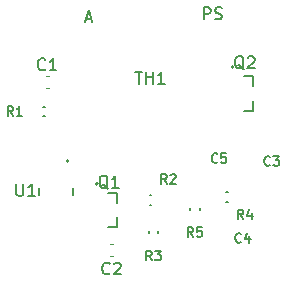
<source format=gbr>
%TF.GenerationSoftware,KiCad,Pcbnew,9.0.4*%
%TF.CreationDate,2025-09-10T15:35:00+03:00*%
%TF.ProjectId,sipm_board,7369706d-5f62-46f6-9172-642e6b696361,0.2.3*%
%TF.SameCoordinates,Original*%
%TF.FileFunction,Legend,Top*%
%TF.FilePolarity,Positive*%
%FSLAX46Y46*%
G04 Gerber Fmt 4.6, Leading zero omitted, Abs format (unit mm)*
G04 Created by KiCad (PCBNEW 9.0.4) date 2025-09-10 15:35:00*
%MOMM*%
%LPD*%
G01*
G04 APERTURE LIST*
%ADD10C,0.150000*%
%ADD11C,0.120000*%
%ADD12C,0.127000*%
%ADD13C,0.200000*%
G04 APERTURE END LIST*
D10*
X145011905Y-90419104D02*
X145488095Y-90419104D01*
X144916667Y-90704819D02*
X145250000Y-89704819D01*
X145250000Y-89704819D02*
X145583333Y-90704819D01*
X155011905Y-90454819D02*
X155011905Y-89454819D01*
X155011905Y-89454819D02*
X155392857Y-89454819D01*
X155392857Y-89454819D02*
X155488095Y-89502438D01*
X155488095Y-89502438D02*
X155535714Y-89550057D01*
X155535714Y-89550057D02*
X155583333Y-89645295D01*
X155583333Y-89645295D02*
X155583333Y-89788152D01*
X155583333Y-89788152D02*
X155535714Y-89883390D01*
X155535714Y-89883390D02*
X155488095Y-89931009D01*
X155488095Y-89931009D02*
X155392857Y-89978628D01*
X155392857Y-89978628D02*
X155011905Y-89978628D01*
X155964286Y-90407200D02*
X156107143Y-90454819D01*
X156107143Y-90454819D02*
X156345238Y-90454819D01*
X156345238Y-90454819D02*
X156440476Y-90407200D01*
X156440476Y-90407200D02*
X156488095Y-90359580D01*
X156488095Y-90359580D02*
X156535714Y-90264342D01*
X156535714Y-90264342D02*
X156535714Y-90169104D01*
X156535714Y-90169104D02*
X156488095Y-90073866D01*
X156488095Y-90073866D02*
X156440476Y-90026247D01*
X156440476Y-90026247D02*
X156345238Y-89978628D01*
X156345238Y-89978628D02*
X156154762Y-89931009D01*
X156154762Y-89931009D02*
X156059524Y-89883390D01*
X156059524Y-89883390D02*
X156011905Y-89835771D01*
X156011905Y-89835771D02*
X155964286Y-89740533D01*
X155964286Y-89740533D02*
X155964286Y-89645295D01*
X155964286Y-89645295D02*
X156011905Y-89550057D01*
X156011905Y-89550057D02*
X156059524Y-89502438D01*
X156059524Y-89502438D02*
X156154762Y-89454819D01*
X156154762Y-89454819D02*
X156392857Y-89454819D01*
X156392857Y-89454819D02*
X156535714Y-89502438D01*
X141583333Y-94679580D02*
X141535714Y-94727200D01*
X141535714Y-94727200D02*
X141392857Y-94774819D01*
X141392857Y-94774819D02*
X141297619Y-94774819D01*
X141297619Y-94774819D02*
X141154762Y-94727200D01*
X141154762Y-94727200D02*
X141059524Y-94631961D01*
X141059524Y-94631961D02*
X141011905Y-94536723D01*
X141011905Y-94536723D02*
X140964286Y-94346247D01*
X140964286Y-94346247D02*
X140964286Y-94203390D01*
X140964286Y-94203390D02*
X141011905Y-94012914D01*
X141011905Y-94012914D02*
X141059524Y-93917676D01*
X141059524Y-93917676D02*
X141154762Y-93822438D01*
X141154762Y-93822438D02*
X141297619Y-93774819D01*
X141297619Y-93774819D02*
X141392857Y-93774819D01*
X141392857Y-93774819D02*
X141535714Y-93822438D01*
X141535714Y-93822438D02*
X141583333Y-93870057D01*
X142535714Y-94774819D02*
X141964286Y-94774819D01*
X142250000Y-94774819D02*
X142250000Y-93774819D01*
X142250000Y-93774819D02*
X142154762Y-93917676D01*
X142154762Y-93917676D02*
X142059524Y-94012914D01*
X142059524Y-94012914D02*
X141964286Y-94060533D01*
X158366667Y-107362295D02*
X158100000Y-106981342D01*
X157909524Y-107362295D02*
X157909524Y-106562295D01*
X157909524Y-106562295D02*
X158214286Y-106562295D01*
X158214286Y-106562295D02*
X158290476Y-106600390D01*
X158290476Y-106600390D02*
X158328571Y-106638485D01*
X158328571Y-106638485D02*
X158366667Y-106714676D01*
X158366667Y-106714676D02*
X158366667Y-106828961D01*
X158366667Y-106828961D02*
X158328571Y-106905152D01*
X158328571Y-106905152D02*
X158290476Y-106943247D01*
X158290476Y-106943247D02*
X158214286Y-106981342D01*
X158214286Y-106981342D02*
X157909524Y-106981342D01*
X159052381Y-106828961D02*
X159052381Y-107362295D01*
X158861905Y-106524200D02*
X158671428Y-107095628D01*
X158671428Y-107095628D02*
X159166667Y-107095628D01*
X154116667Y-108862295D02*
X153850000Y-108481342D01*
X153659524Y-108862295D02*
X153659524Y-108062295D01*
X153659524Y-108062295D02*
X153964286Y-108062295D01*
X153964286Y-108062295D02*
X154040476Y-108100390D01*
X154040476Y-108100390D02*
X154078571Y-108138485D01*
X154078571Y-108138485D02*
X154116667Y-108214676D01*
X154116667Y-108214676D02*
X154116667Y-108328961D01*
X154116667Y-108328961D02*
X154078571Y-108405152D01*
X154078571Y-108405152D02*
X154040476Y-108443247D01*
X154040476Y-108443247D02*
X153964286Y-108481342D01*
X153964286Y-108481342D02*
X153659524Y-108481342D01*
X154840476Y-108062295D02*
X154459524Y-108062295D01*
X154459524Y-108062295D02*
X154421428Y-108443247D01*
X154421428Y-108443247D02*
X154459524Y-108405152D01*
X154459524Y-108405152D02*
X154535714Y-108367057D01*
X154535714Y-108367057D02*
X154726190Y-108367057D01*
X154726190Y-108367057D02*
X154802381Y-108405152D01*
X154802381Y-108405152D02*
X154840476Y-108443247D01*
X154840476Y-108443247D02*
X154878571Y-108519438D01*
X154878571Y-108519438D02*
X154878571Y-108709914D01*
X154878571Y-108709914D02*
X154840476Y-108786104D01*
X154840476Y-108786104D02*
X154802381Y-108824200D01*
X154802381Y-108824200D02*
X154726190Y-108862295D01*
X154726190Y-108862295D02*
X154535714Y-108862295D01*
X154535714Y-108862295D02*
X154459524Y-108824200D01*
X154459524Y-108824200D02*
X154421428Y-108786104D01*
X150616667Y-110862295D02*
X150350000Y-110481342D01*
X150159524Y-110862295D02*
X150159524Y-110062295D01*
X150159524Y-110062295D02*
X150464286Y-110062295D01*
X150464286Y-110062295D02*
X150540476Y-110100390D01*
X150540476Y-110100390D02*
X150578571Y-110138485D01*
X150578571Y-110138485D02*
X150616667Y-110214676D01*
X150616667Y-110214676D02*
X150616667Y-110328961D01*
X150616667Y-110328961D02*
X150578571Y-110405152D01*
X150578571Y-110405152D02*
X150540476Y-110443247D01*
X150540476Y-110443247D02*
X150464286Y-110481342D01*
X150464286Y-110481342D02*
X150159524Y-110481342D01*
X150883333Y-110062295D02*
X151378571Y-110062295D01*
X151378571Y-110062295D02*
X151111905Y-110367057D01*
X151111905Y-110367057D02*
X151226190Y-110367057D01*
X151226190Y-110367057D02*
X151302381Y-110405152D01*
X151302381Y-110405152D02*
X151340476Y-110443247D01*
X151340476Y-110443247D02*
X151378571Y-110519438D01*
X151378571Y-110519438D02*
X151378571Y-110709914D01*
X151378571Y-110709914D02*
X151340476Y-110786104D01*
X151340476Y-110786104D02*
X151302381Y-110824200D01*
X151302381Y-110824200D02*
X151226190Y-110862295D01*
X151226190Y-110862295D02*
X150997619Y-110862295D01*
X150997619Y-110862295D02*
X150921428Y-110824200D01*
X150921428Y-110824200D02*
X150883333Y-110786104D01*
X151866667Y-104362295D02*
X151600000Y-103981342D01*
X151409524Y-104362295D02*
X151409524Y-103562295D01*
X151409524Y-103562295D02*
X151714286Y-103562295D01*
X151714286Y-103562295D02*
X151790476Y-103600390D01*
X151790476Y-103600390D02*
X151828571Y-103638485D01*
X151828571Y-103638485D02*
X151866667Y-103714676D01*
X151866667Y-103714676D02*
X151866667Y-103828961D01*
X151866667Y-103828961D02*
X151828571Y-103905152D01*
X151828571Y-103905152D02*
X151790476Y-103943247D01*
X151790476Y-103943247D02*
X151714286Y-103981342D01*
X151714286Y-103981342D02*
X151409524Y-103981342D01*
X152171428Y-103638485D02*
X152209524Y-103600390D01*
X152209524Y-103600390D02*
X152285714Y-103562295D01*
X152285714Y-103562295D02*
X152476190Y-103562295D01*
X152476190Y-103562295D02*
X152552381Y-103600390D01*
X152552381Y-103600390D02*
X152590476Y-103638485D01*
X152590476Y-103638485D02*
X152628571Y-103714676D01*
X152628571Y-103714676D02*
X152628571Y-103790866D01*
X152628571Y-103790866D02*
X152590476Y-103905152D01*
X152590476Y-103905152D02*
X152133333Y-104362295D01*
X152133333Y-104362295D02*
X152628571Y-104362295D01*
X156166667Y-102536104D02*
X156128571Y-102574200D01*
X156128571Y-102574200D02*
X156014286Y-102612295D01*
X156014286Y-102612295D02*
X155938095Y-102612295D01*
X155938095Y-102612295D02*
X155823809Y-102574200D01*
X155823809Y-102574200D02*
X155747619Y-102498009D01*
X155747619Y-102498009D02*
X155709524Y-102421819D01*
X155709524Y-102421819D02*
X155671428Y-102269438D01*
X155671428Y-102269438D02*
X155671428Y-102155152D01*
X155671428Y-102155152D02*
X155709524Y-102002771D01*
X155709524Y-102002771D02*
X155747619Y-101926580D01*
X155747619Y-101926580D02*
X155823809Y-101850390D01*
X155823809Y-101850390D02*
X155938095Y-101812295D01*
X155938095Y-101812295D02*
X156014286Y-101812295D01*
X156014286Y-101812295D02*
X156128571Y-101850390D01*
X156128571Y-101850390D02*
X156166667Y-101888485D01*
X156890476Y-101812295D02*
X156509524Y-101812295D01*
X156509524Y-101812295D02*
X156471428Y-102193247D01*
X156471428Y-102193247D02*
X156509524Y-102155152D01*
X156509524Y-102155152D02*
X156585714Y-102117057D01*
X156585714Y-102117057D02*
X156776190Y-102117057D01*
X156776190Y-102117057D02*
X156852381Y-102155152D01*
X156852381Y-102155152D02*
X156890476Y-102193247D01*
X156890476Y-102193247D02*
X156928571Y-102269438D01*
X156928571Y-102269438D02*
X156928571Y-102459914D01*
X156928571Y-102459914D02*
X156890476Y-102536104D01*
X156890476Y-102536104D02*
X156852381Y-102574200D01*
X156852381Y-102574200D02*
X156776190Y-102612295D01*
X156776190Y-102612295D02*
X156585714Y-102612295D01*
X156585714Y-102612295D02*
X156509524Y-102574200D01*
X156509524Y-102574200D02*
X156471428Y-102536104D01*
X146904761Y-104800057D02*
X146809523Y-104752438D01*
X146809523Y-104752438D02*
X146714285Y-104657200D01*
X146714285Y-104657200D02*
X146571428Y-104514342D01*
X146571428Y-104514342D02*
X146476190Y-104466723D01*
X146476190Y-104466723D02*
X146380952Y-104466723D01*
X146428571Y-104704819D02*
X146333333Y-104657200D01*
X146333333Y-104657200D02*
X146238095Y-104561961D01*
X146238095Y-104561961D02*
X146190476Y-104371485D01*
X146190476Y-104371485D02*
X146190476Y-104038152D01*
X146190476Y-104038152D02*
X146238095Y-103847676D01*
X146238095Y-103847676D02*
X146333333Y-103752438D01*
X146333333Y-103752438D02*
X146428571Y-103704819D01*
X146428571Y-103704819D02*
X146619047Y-103704819D01*
X146619047Y-103704819D02*
X146714285Y-103752438D01*
X146714285Y-103752438D02*
X146809523Y-103847676D01*
X146809523Y-103847676D02*
X146857142Y-104038152D01*
X146857142Y-104038152D02*
X146857142Y-104371485D01*
X146857142Y-104371485D02*
X146809523Y-104561961D01*
X146809523Y-104561961D02*
X146714285Y-104657200D01*
X146714285Y-104657200D02*
X146619047Y-104704819D01*
X146619047Y-104704819D02*
X146428571Y-104704819D01*
X147809523Y-104704819D02*
X147238095Y-104704819D01*
X147523809Y-104704819D02*
X147523809Y-103704819D01*
X147523809Y-103704819D02*
X147428571Y-103847676D01*
X147428571Y-103847676D02*
X147333333Y-103942914D01*
X147333333Y-103942914D02*
X147238095Y-103990533D01*
X147033333Y-111959580D02*
X146985714Y-112007200D01*
X146985714Y-112007200D02*
X146842857Y-112054819D01*
X146842857Y-112054819D02*
X146747619Y-112054819D01*
X146747619Y-112054819D02*
X146604762Y-112007200D01*
X146604762Y-112007200D02*
X146509524Y-111911961D01*
X146509524Y-111911961D02*
X146461905Y-111816723D01*
X146461905Y-111816723D02*
X146414286Y-111626247D01*
X146414286Y-111626247D02*
X146414286Y-111483390D01*
X146414286Y-111483390D02*
X146461905Y-111292914D01*
X146461905Y-111292914D02*
X146509524Y-111197676D01*
X146509524Y-111197676D02*
X146604762Y-111102438D01*
X146604762Y-111102438D02*
X146747619Y-111054819D01*
X146747619Y-111054819D02*
X146842857Y-111054819D01*
X146842857Y-111054819D02*
X146985714Y-111102438D01*
X146985714Y-111102438D02*
X147033333Y-111150057D01*
X147414286Y-111150057D02*
X147461905Y-111102438D01*
X147461905Y-111102438D02*
X147557143Y-111054819D01*
X147557143Y-111054819D02*
X147795238Y-111054819D01*
X147795238Y-111054819D02*
X147890476Y-111102438D01*
X147890476Y-111102438D02*
X147938095Y-111150057D01*
X147938095Y-111150057D02*
X147985714Y-111245295D01*
X147985714Y-111245295D02*
X147985714Y-111340533D01*
X147985714Y-111340533D02*
X147938095Y-111483390D01*
X147938095Y-111483390D02*
X147366667Y-112054819D01*
X147366667Y-112054819D02*
X147985714Y-112054819D01*
X158166667Y-109286104D02*
X158128571Y-109324200D01*
X158128571Y-109324200D02*
X158014286Y-109362295D01*
X158014286Y-109362295D02*
X157938095Y-109362295D01*
X157938095Y-109362295D02*
X157823809Y-109324200D01*
X157823809Y-109324200D02*
X157747619Y-109248009D01*
X157747619Y-109248009D02*
X157709524Y-109171819D01*
X157709524Y-109171819D02*
X157671428Y-109019438D01*
X157671428Y-109019438D02*
X157671428Y-108905152D01*
X157671428Y-108905152D02*
X157709524Y-108752771D01*
X157709524Y-108752771D02*
X157747619Y-108676580D01*
X157747619Y-108676580D02*
X157823809Y-108600390D01*
X157823809Y-108600390D02*
X157938095Y-108562295D01*
X157938095Y-108562295D02*
X158014286Y-108562295D01*
X158014286Y-108562295D02*
X158128571Y-108600390D01*
X158128571Y-108600390D02*
X158166667Y-108638485D01*
X158852381Y-108828961D02*
X158852381Y-109362295D01*
X158661905Y-108524200D02*
X158471428Y-109095628D01*
X158471428Y-109095628D02*
X158966667Y-109095628D01*
X160616667Y-102786104D02*
X160578571Y-102824200D01*
X160578571Y-102824200D02*
X160464286Y-102862295D01*
X160464286Y-102862295D02*
X160388095Y-102862295D01*
X160388095Y-102862295D02*
X160273809Y-102824200D01*
X160273809Y-102824200D02*
X160197619Y-102748009D01*
X160197619Y-102748009D02*
X160159524Y-102671819D01*
X160159524Y-102671819D02*
X160121428Y-102519438D01*
X160121428Y-102519438D02*
X160121428Y-102405152D01*
X160121428Y-102405152D02*
X160159524Y-102252771D01*
X160159524Y-102252771D02*
X160197619Y-102176580D01*
X160197619Y-102176580D02*
X160273809Y-102100390D01*
X160273809Y-102100390D02*
X160388095Y-102062295D01*
X160388095Y-102062295D02*
X160464286Y-102062295D01*
X160464286Y-102062295D02*
X160578571Y-102100390D01*
X160578571Y-102100390D02*
X160616667Y-102138485D01*
X160883333Y-102062295D02*
X161378571Y-102062295D01*
X161378571Y-102062295D02*
X161111905Y-102367057D01*
X161111905Y-102367057D02*
X161226190Y-102367057D01*
X161226190Y-102367057D02*
X161302381Y-102405152D01*
X161302381Y-102405152D02*
X161340476Y-102443247D01*
X161340476Y-102443247D02*
X161378571Y-102519438D01*
X161378571Y-102519438D02*
X161378571Y-102709914D01*
X161378571Y-102709914D02*
X161340476Y-102786104D01*
X161340476Y-102786104D02*
X161302381Y-102824200D01*
X161302381Y-102824200D02*
X161226190Y-102862295D01*
X161226190Y-102862295D02*
X160997619Y-102862295D01*
X160997619Y-102862295D02*
X160921428Y-102824200D01*
X160921428Y-102824200D02*
X160883333Y-102786104D01*
X158404761Y-94700057D02*
X158309523Y-94652438D01*
X158309523Y-94652438D02*
X158214285Y-94557200D01*
X158214285Y-94557200D02*
X158071428Y-94414342D01*
X158071428Y-94414342D02*
X157976190Y-94366723D01*
X157976190Y-94366723D02*
X157880952Y-94366723D01*
X157928571Y-94604819D02*
X157833333Y-94557200D01*
X157833333Y-94557200D02*
X157738095Y-94461961D01*
X157738095Y-94461961D02*
X157690476Y-94271485D01*
X157690476Y-94271485D02*
X157690476Y-93938152D01*
X157690476Y-93938152D02*
X157738095Y-93747676D01*
X157738095Y-93747676D02*
X157833333Y-93652438D01*
X157833333Y-93652438D02*
X157928571Y-93604819D01*
X157928571Y-93604819D02*
X158119047Y-93604819D01*
X158119047Y-93604819D02*
X158214285Y-93652438D01*
X158214285Y-93652438D02*
X158309523Y-93747676D01*
X158309523Y-93747676D02*
X158357142Y-93938152D01*
X158357142Y-93938152D02*
X158357142Y-94271485D01*
X158357142Y-94271485D02*
X158309523Y-94461961D01*
X158309523Y-94461961D02*
X158214285Y-94557200D01*
X158214285Y-94557200D02*
X158119047Y-94604819D01*
X158119047Y-94604819D02*
X157928571Y-94604819D01*
X158738095Y-93700057D02*
X158785714Y-93652438D01*
X158785714Y-93652438D02*
X158880952Y-93604819D01*
X158880952Y-93604819D02*
X159119047Y-93604819D01*
X159119047Y-93604819D02*
X159214285Y-93652438D01*
X159214285Y-93652438D02*
X159261904Y-93700057D01*
X159261904Y-93700057D02*
X159309523Y-93795295D01*
X159309523Y-93795295D02*
X159309523Y-93890533D01*
X159309523Y-93890533D02*
X159261904Y-94033390D01*
X159261904Y-94033390D02*
X158690476Y-94604819D01*
X158690476Y-94604819D02*
X159309523Y-94604819D01*
X149214286Y-94904819D02*
X149785714Y-94904819D01*
X149500000Y-95904819D02*
X149500000Y-94904819D01*
X150119048Y-95904819D02*
X150119048Y-94904819D01*
X150119048Y-95381009D02*
X150690476Y-95381009D01*
X150690476Y-95904819D02*
X150690476Y-94904819D01*
X151690476Y-95904819D02*
X151119048Y-95904819D01*
X151404762Y-95904819D02*
X151404762Y-94904819D01*
X151404762Y-94904819D02*
X151309524Y-95047676D01*
X151309524Y-95047676D02*
X151214286Y-95142914D01*
X151214286Y-95142914D02*
X151119048Y-95190533D01*
X139138095Y-104409819D02*
X139138095Y-105219342D01*
X139138095Y-105219342D02*
X139185714Y-105314580D01*
X139185714Y-105314580D02*
X139233333Y-105362200D01*
X139233333Y-105362200D02*
X139328571Y-105409819D01*
X139328571Y-105409819D02*
X139519047Y-105409819D01*
X139519047Y-105409819D02*
X139614285Y-105362200D01*
X139614285Y-105362200D02*
X139661904Y-105314580D01*
X139661904Y-105314580D02*
X139709523Y-105219342D01*
X139709523Y-105219342D02*
X139709523Y-104409819D01*
X140709523Y-105409819D02*
X140138095Y-105409819D01*
X140423809Y-105409819D02*
X140423809Y-104409819D01*
X140423809Y-104409819D02*
X140328571Y-104552676D01*
X140328571Y-104552676D02*
X140233333Y-104647914D01*
X140233333Y-104647914D02*
X140138095Y-104695533D01*
X138866667Y-98612295D02*
X138600000Y-98231342D01*
X138409524Y-98612295D02*
X138409524Y-97812295D01*
X138409524Y-97812295D02*
X138714286Y-97812295D01*
X138714286Y-97812295D02*
X138790476Y-97850390D01*
X138790476Y-97850390D02*
X138828571Y-97888485D01*
X138828571Y-97888485D02*
X138866667Y-97964676D01*
X138866667Y-97964676D02*
X138866667Y-98078961D01*
X138866667Y-98078961D02*
X138828571Y-98155152D01*
X138828571Y-98155152D02*
X138790476Y-98193247D01*
X138790476Y-98193247D02*
X138714286Y-98231342D01*
X138714286Y-98231342D02*
X138409524Y-98231342D01*
X139628571Y-98612295D02*
X139171428Y-98612295D01*
X139400000Y-98612295D02*
X139400000Y-97812295D01*
X139400000Y-97812295D02*
X139323809Y-97926580D01*
X139323809Y-97926580D02*
X139247619Y-98002771D01*
X139247619Y-98002771D02*
X139171428Y-98040866D01*
D11*
%TO.C,C1*%
X141609420Y-95240000D02*
X141890580Y-95240000D01*
X141609420Y-96260000D02*
X141890580Y-96260000D01*
D12*
%TO.C,R4*%
X157080000Y-105100000D02*
X156920000Y-105100000D01*
X157080000Y-105900000D02*
X156920000Y-105900000D01*
%TO.C,R5*%
X153850000Y-106580000D02*
X153850000Y-106420000D01*
X154650000Y-106580000D02*
X154650000Y-106420000D01*
%TO.C,R3*%
X150350000Y-108580000D02*
X150350000Y-108420000D01*
X151150000Y-108580000D02*
X151150000Y-108420000D01*
%TO.C,R2*%
X150420000Y-105350000D02*
X150580000Y-105350000D01*
X150420000Y-106150000D02*
X150580000Y-106150000D01*
%TO.C,Q1*%
X146875000Y-105162500D02*
X147650000Y-105162500D01*
X147650000Y-105162500D02*
X147650000Y-105992500D01*
X147650000Y-108062500D02*
X146875000Y-108062500D01*
X147650000Y-108062500D02*
X147650000Y-107232500D01*
D13*
X146040000Y-104362500D02*
G75*
G02*
X145840000Y-104362500I-100000J0D01*
G01*
X145840000Y-104362500D02*
G75*
G02*
X146040000Y-104362500I100000J0D01*
G01*
D11*
%TO.C,C2*%
X147059420Y-109490000D02*
X147340580Y-109490000D01*
X147059420Y-110510000D02*
X147340580Y-110510000D01*
D12*
%TO.C,Q2*%
X158375000Y-95300000D02*
X159150000Y-95300000D01*
X159150000Y-95300000D02*
X159150000Y-96130000D01*
X159150000Y-98200000D02*
X158375000Y-98200000D01*
X159150000Y-98200000D02*
X159150000Y-97370000D01*
D13*
X157540000Y-94500000D02*
G75*
G02*
X157340000Y-94500000I-100000J0D01*
G01*
X157340000Y-94500000D02*
G75*
G02*
X157540000Y-94500000I100000J0D01*
G01*
D12*
%TO.C,U1*%
X141050000Y-104700000D02*
X141050000Y-105300000D01*
X143950000Y-104700000D02*
X143950000Y-105300000D01*
D13*
X143575000Y-102475000D02*
G75*
G02*
X143375000Y-102475000I-100000J0D01*
G01*
X143375000Y-102475000D02*
G75*
G02*
X143575000Y-102475000I100000J0D01*
G01*
D12*
%TO.C,R1*%
X141420000Y-97850000D02*
X141580000Y-97850000D01*
X141420000Y-98650000D02*
X141580000Y-98650000D01*
%TD*%
M02*

</source>
